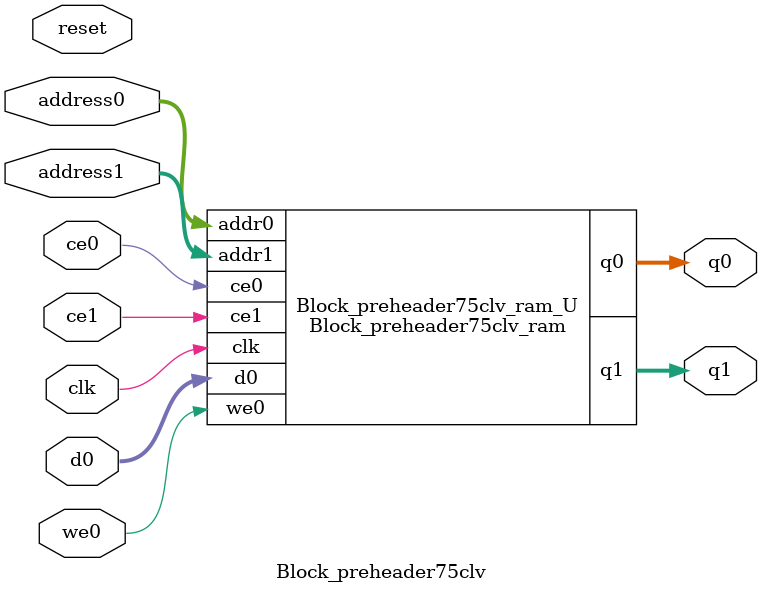
<source format=v>
`timescale 1 ns / 1 ps
module Block_preheader75clv_ram (addr0, ce0, d0, we0, q0, addr1, ce1, q1,  clk);

parameter DWIDTH = 5;
parameter AWIDTH = 16;
parameter MEM_SIZE = 51200;

input[AWIDTH-1:0] addr0;
input ce0;
input[DWIDTH-1:0] d0;
input we0;
output reg[DWIDTH-1:0] q0;
input[AWIDTH-1:0] addr1;
input ce1;
output reg[DWIDTH-1:0] q1;
input clk;

(* ram_style = "block" *)reg [DWIDTH-1:0] ram[0:MEM_SIZE-1];




always @(posedge clk)  
begin 
    if (ce0) begin
        if (we0) 
            ram[addr0] <= d0; 
        q0 <= ram[addr0];
    end
end


always @(posedge clk)  
begin 
    if (ce1) begin
        q1 <= ram[addr1];
    end
end


endmodule

`timescale 1 ns / 1 ps
module Block_preheader75clv(
    reset,
    clk,
    address0,
    ce0,
    we0,
    d0,
    q0,
    address1,
    ce1,
    q1);

parameter DataWidth = 32'd5;
parameter AddressRange = 32'd51200;
parameter AddressWidth = 32'd16;
input reset;
input clk;
input[AddressWidth - 1:0] address0;
input ce0;
input we0;
input[DataWidth - 1:0] d0;
output[DataWidth - 1:0] q0;
input[AddressWidth - 1:0] address1;
input ce1;
output[DataWidth - 1:0] q1;



Block_preheader75clv_ram Block_preheader75clv_ram_U(
    .clk( clk ),
    .addr0( address0 ),
    .ce0( ce0 ),
    .we0( we0 ),
    .d0( d0 ),
    .q0( q0 ),
    .addr1( address1 ),
    .ce1( ce1 ),
    .q1( q1 ));

endmodule


</source>
